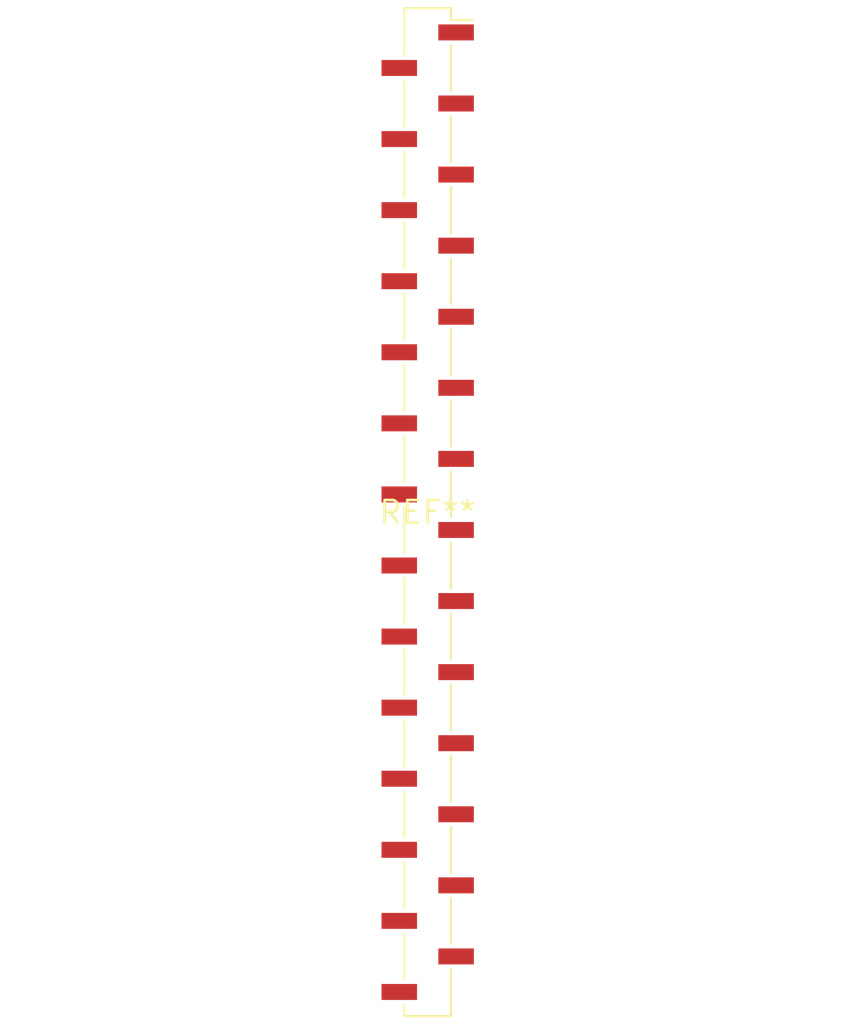
<source format=kicad_pcb>
(kicad_pcb (version 20240108) (generator pcbnew)
  (layers (0 "F.Cu" signal) (31 "B.Cu" signal) (34 "B.Paste" user) (35 "F.Paste" user) (36 "B.SilkS" user "B.Silkscreen") (37 "F.SilkS" user "F.Silkscreen") (38 "B.Mask" user) (39 "F.Mask" user) (44 "Edge.Cuts" user))
  (net 0 "")
  (footprint "PinSocket_1x28_P2.00mm_Vertical_SMD_Pin1Right" (layer "F.Cu") (at 0 0)
    (property "Reference" "REF**")
    (property "Value" "PinSocket_1x28_P2.00mm_Vertical_SMD_Pin1Right")
    (fp_line (start -1.31 -28.36) (end -1.31 -25.71) (layer "F.SilkS") (stroke (width 0.12)))
    (fp_line (start -1.31 -28.36) (end 1.31 -28.36) (layer "F.SilkS") (stroke (width 0.12)))
    (fp_line (start -1.31 -24.29) (end -1.31 -21.71) (layer "F.SilkS") (stroke (width 0.12)))
    (fp_line (start -1.31 -20.29) (end -1.31 -17.71) (layer "F.SilkS") (stroke (width 0.12)))
    (fp_line (start -1.31 -16.29) (end -1.31 -13.71) (layer "F.SilkS") (stroke (width 0.12)))
    (fp_line (start -1.31 -12.29) (end -1.31 -9.71) (layer "F.SilkS") (stroke (width 0.12)))
    (fp_line (start -1.31 -8.29) (end -1.31 -5.71) (layer "F.SilkS") (stroke (width 0.12)))
    (fp_line (start -1.31 -4.29) (end -1.31 -1.71) (layer "F.SilkS") (stroke (width 0.12)))
    (fp_line (start -1.31 -0.29) (end -1.31 2.29) (layer "F.SilkS") (stroke (width 0.12)))
    (fp_line (start -1.31 3.71) (end -1.31 6.29) (layer "F.SilkS") (stroke (width 0.12)))
    (fp_line (start -1.31 7.71) (end -1.31 10.29) (layer "F.SilkS") (stroke (width 0.12)))
    (fp_line (start -1.31 11.71) (end -1.31 14.29) (layer "F.SilkS") (stroke (width 0.12)))
    (fp_line (start -1.31 15.71) (end -1.31 18.29) (layer "F.SilkS") (stroke (width 0.12)))
    (fp_line (start -1.31 19.71) (end -1.31 22.29) (layer "F.SilkS") (stroke (width 0.12)))
    (fp_line (start -1.31 23.71) (end -1.31 26.29) (layer "F.SilkS") (stroke (width 0.12)))
    (fp_line (start -1.31 27.71) (end -1.31 28.36) (layer "F.SilkS") (stroke (width 0.12)))
    (fp_line (start -1.31 28.36) (end 1.31 28.36) (layer "F.SilkS") (stroke (width 0.12)))
    (fp_line (start 1.31 -28.36) (end 1.31 -27.71) (layer "F.SilkS") (stroke (width 0.12)))
    (fp_line (start 1.31 -27.71) (end 2.54 -27.71) (layer "F.SilkS") (stroke (width 0.12)))
    (fp_line (start 1.31 -26.29) (end 1.31 -23.71) (layer "F.SilkS") (stroke (width 0.12)))
    (fp_line (start 1.31 -22.29) (end 1.31 -19.71) (layer "F.SilkS") (stroke (width 0.12)))
    (fp_line (start 1.31 -18.29) (end 1.31 -15.71) (layer "F.SilkS") (stroke (width 0.12)))
    (fp_line (start 1.31 -14.29) (end 1.31 -11.71) (layer "F.SilkS") (stroke (width 0.12)))
    (fp_line (start 1.31 -10.29) (end 1.31 -7.71) (layer "F.SilkS") (stroke (width 0.12)))
    (fp_line (start 1.31 -6.29) (end 1.31 -3.71) (layer "F.SilkS") (stroke (width 0.12)))
    (fp_line (start 1.31 -2.29) (end 1.31 0.29) (layer "F.SilkS") (stroke (width 0.12)))
    (fp_line (start 1.31 1.71) (end 1.31 4.29) (layer "F.SilkS") (stroke (width 0.12)))
    (fp_line (start 1.31 5.71) (end 1.31 8.29) (layer "F.SilkS") (stroke (width 0.12)))
    (fp_line (start 1.31 9.71) (end 1.31 12.29) (layer "F.SilkS") (stroke (width 0.12)))
    (fp_line (start 1.31 13.71) (end 1.31 16.29) (layer "F.SilkS") (stroke (width 0.12)))
    (fp_line (start 1.31 17.71) (end 1.31 20.29) (layer "F.SilkS") (stroke (width 0.12)))
    (fp_line (start 1.31 21.71) (end 1.31 24.29) (layer "F.SilkS") (stroke (width 0.12)))
    (fp_line (start 1.31 25.71) (end 1.31 28.36) (layer "F.SilkS") (stroke (width 0.12)))
    (pad "1" smd rect (at 1.6 -27) (size 2 0.9) (layers "F.Cu" "F.Paste" "F.Mask"))
    (pad "2" smd rect (at -1.6 -25) (size 2 0.9) (layers "F.Cu" "F.Paste" "F.Mask"))
    (pad "3" smd rect (at 1.6 -23) (size 2 0.9) (layers "F.Cu" "F.Paste" "F.Mask"))
    (pad "4" smd rect (at -1.6 -21) (size 2 0.9) (layers "F.Cu" "F.Paste" "F.Mask"))
    (pad "5" smd rect (at 1.6 -19) (size 2 0.9) (layers "F.Cu" "F.Paste" "F.Mask"))
    (pad "6" smd rect (at -1.6 -17) (size 2 0.9) (layers "F.Cu" "F.Paste" "F.Mask"))
    (pad "7" smd rect (at 1.6 -15) (size 2 0.9) (layers "F.Cu" "F.Paste" "F.Mask"))
    (pad "8" smd rect (at -1.6 -13) (size 2 0.9) (layers "F.Cu" "F.Paste" "F.Mask"))
    (pad "9" smd rect (at 1.6 -11) (size 2 0.9) (layers "F.Cu" "F.Paste" "F.Mask"))
    (pad "10" smd rect (at -1.6 -9) (size 2 0.9) (layers "F.Cu" "F.Paste" "F.Mask"))
    (pad "11" smd rect (at 1.6 -7) (size 2 0.9) (layers "F.Cu" "F.Paste" "F.Mask"))
    (pad "12" smd rect (at -1.6 -5) (size 2 0.9) (layers "F.Cu" "F.Paste" "F.Mask"))
    (pad "13" smd rect (at 1.6 -3) (size 2 0.9) (layers "F.Cu" "F.Paste" "F.Mask"))
    (pad "14" smd rect (at -1.6 -1) (size 2 0.9) (layers "F.Cu" "F.Paste" "F.Mask"))
    (pad "15" smd rect (at 1.6 1) (size 2 0.9) (layers "F.Cu" "F.Paste" "F.Mask"))
    (pad "16" smd rect (at -1.6 3) (size 2 0.9) (layers "F.Cu" "F.Paste" "F.Mask"))
    (pad "17" smd rect (at 1.6 5) (size 2 0.9) (layers "F.Cu" "F.Paste" "F.Mask"))
    (pad "18" smd rect (at -1.6 7) (size 2 0.9) (layers "F.Cu" "F.Paste" "F.Mask"))
    (pad "19" smd rect (at 1.6 9) (size 2 0.9) (layers "F.Cu" "F.Paste" "F.Mask"))
    (pad "20" smd rect (at -1.6 11) (size 2 0.9) (layers "F.Cu" "F.Paste" "F.Mask"))
    (pad "21" smd rect (at 1.6 13) (size 2 0.9) (layers "F.Cu" "F.Paste" "F.Mask"))
    (pad "22" smd rect (at -1.6 15) (size 2 0.9) (layers "F.Cu" "F.Paste" "F.Mask"))
    (pad "23" smd rect (at 1.6 17) (size 2 0.9) (layers "F.Cu" "F.Paste" "F.Mask"))
    (pad "24" smd rect (at -1.6 19) (size 2 0.9) (layers "F.Cu" "F.Paste" "F.Mask"))
    (pad "25" smd rect (at 1.6 21) (size 2 0.9) (layers "F.Cu" "F.Paste" "F.Mask"))
    (pad "26" smd rect (at -1.6 23) (size 2 0.9) (layers "F.Cu" "F.Paste" "F.Mask"))
    (pad "27" smd rect (at 1.6 25) (size 2 0.9) (layers "F.Cu" "F.Paste" "F.Mask"))
    (pad "28" smd rect (at -1.6 27) (size 2 0.9) (layers "F.Cu" "F.Paste" "F.Mask"))
  )
)
</source>
